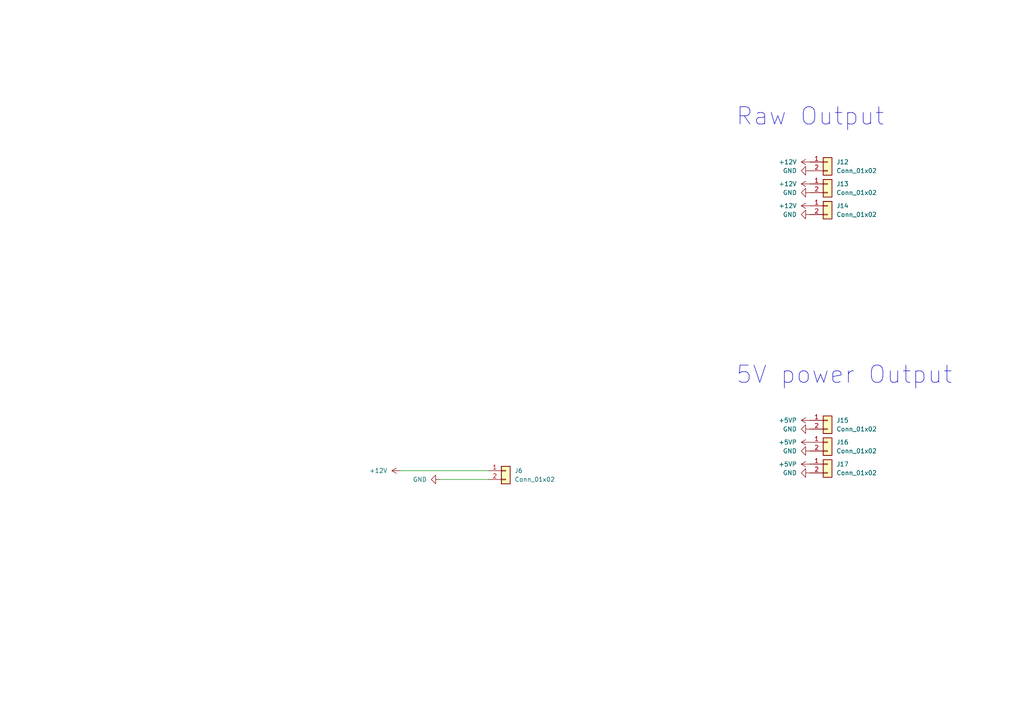
<source format=kicad_sch>
(kicad_sch (version 20230121) (generator eeschema)
  (paper "A4")
  (lib_symbols
    (symbol "Connector_Generic:Conn_01x02" (pin_names (offset 1.016) hide)
      (property "Reference" "J" (at 0 2.54 0))
      (property "Value" "Conn_01x02" (at 0 -5.08 0))
      (symbol "Conn_01x02_1_1"
        (rectangle (start -1.27 -2.413) (end 0 -2.667) (stroke (width 0.1524)))
        (rectangle (start -1.27 0.127) (end 0 -0.127) (stroke (width 0.1524)))
        (rectangle (start -1.27 1.27) (end 1.27 -3.81) (stroke (width 0.254)) (fill (type background)))
        (pin passive line (at -5.08 0 0) (length 3.81) (name "Pin_1") (number "1"))
        (pin passive line (at -5.08 -2.54 0) (length 3.81) (name "Pin_2") (number "2"))
      )
    )
    (symbol "power:+12V" (power) (pin_names (offset 0))
      (property "Value" "+12V" (at 0 3.556 0))
      (symbol "+12V_0_1"
        (polyline (pts (xy -0.762 1.27) (xy 0 2.54)))
        (polyline (pts (xy 0 0) (xy 0 2.54)))
        (polyline (pts (xy 0 2.54) (xy 0.762 1.27)))
      )
      (symbol "+12V_1_1"
        (pin power_in line (at 0 0 90) (length 0) hide (name "+12V") (number "1"))
      )
    )
    (symbol "power:+5VP" (power) (pin_names (offset 0))
      (property "Value" "+5VP" (at 0 3.556 0))
      (symbol "+5VP_0_1"
        (polyline (pts (xy -0.762 1.27) (xy 0 2.54)))
        (polyline (pts (xy 0 0) (xy 0 2.54)))
        (polyline (pts (xy 0 2.54) (xy 0.762 1.27)))
      )
      (symbol "+5VP_1_1"
        (pin power_in line (at 0 0 90) (length 0) hide (name "+5VP") (number "1"))
      )
    )
    (symbol "power:GND" (power) (pin_names (offset 0))
      (property "Value" "GND" (at 0 -3.81 0))
      (symbol "GND_0_1"
        (polyline (pts (xy 0 0) (xy 0 -1.27) (xy 1.27 -1.27) (xy 0 -2.54) (xy -1.27 -1.27) (xy 0 -1.27)))
      )
      (symbol "GND_1_1"
        (pin power_in line (at 0 0 270) (length 0) hide (name "GND") (number "1"))
      )
    )
  )
  (wire (pts (xy 127.635 139.065) (xy 141.605 139.065)))
  (wire (pts (xy 116.205 136.525) (xy 141.605 136.525)))
  (text "5V power Output" (at 213.36 111.76 0) (effects (font (size 5 5)) (justify left bottom)))
  (text "Raw Output" (at 213.36 36.83 0) (effects (font (size 5 5)) (justify left bottom)))
  (symbol (lib_id "power:+12V") (at 234.95 59.69 90) (unit 1)
    (property "Reference" "#PWR035" (effects hide))
    (property "Value" "+12V" (at 231.14 59.69 90) (effects (justify left)))
  )
  (symbol (lib_id "power:GND") (at 234.95 49.53 270) (unit 1)
    (property "Reference" "#PWR037" (effects hide))
    (property "Value" "GND" (at 231.14 49.53 90) (effects (justify right)))
    (instances (project "MainboardV3" (path "" (reference "#PWR037") (unit 1)) (path "" (reference "#PWR028") (unit 1))))
  )
  (symbol (lib_id "Connector_Generic:Conn_01x02") (at 240.03 128.27 0) (unit 1)
    (property "Reference" "J16" (at 242.57 128.27 0) (effects (justify left)))
    (property "Value" "Conn_01x02" (at 242.57 130.81 0) (effects (justify left)))
    (property "Footprint" "Connector_Molex:Molex_KK-254_AE-6410-02A_1x02_P2.54mm_Vertical" (effects hide))
  )
  (symbol (lib_id "power:+12V") (at 116.205 136.525 90) (unit 1)
    (property "Reference" "#PWR025" (effects hide))
    (property "Value" "+12V" (at 112.395 136.525 90) (effects (justify left)))
  )
  (symbol (lib_id "power:GND") (at 234.95 124.46 270) (unit 1)
    (property "Reference" "#PWR037" (effects hide))
    (property "Value" "GND" (at 231.14 124.46 90) (effects (justify right)))
    (instances (project "MainboardV3" (path "" (reference "#PWR037") (unit 1)) (path "" (reference "#PWR051") (unit 1))))
  )
  (symbol (lib_id "power:GND") (at 234.95 62.23 270) (unit 1)
    (property "Reference" "#PWR037" (effects hide))
    (property "Value" "GND" (at 231.14 62.23 90) (effects (justify right)))
    (instances (project "MainboardV3" (path "" (reference "#PWR037") (unit 1)) (path "" (reference "#PWR049") (unit 1))))
  )
  (symbol (lib_id "power:+5VP") (at 234.95 128.27 90) (unit 1)
    (property "Reference" "#PWR052" (effects hide))
    (property "Value" "+5VP" (at 231.14 128.27 90) (effects (justify left)))
  )
  (symbol (lib_id "power:+12V") (at 234.95 46.99 90) (unit 1)
    (property "Reference" "#PWR029" (effects hide))
    (property "Value" "+12V" (at 231.14 46.99 90) (effects (justify left)))
  )
  (symbol (lib_id "Connector_Generic:Conn_01x02") (at 146.685 136.525 0) (unit 1)
    (property "Reference" "J6" (at 149.225 136.525 0) (effects (justify left)))
    (property "Value" "Conn_01x02" (at 149.225 139.065 0) (effects (justify left)))
    (property "Footprint" "Connector_AMASS:AMASS_XT60-M_1x02_P7.20mm_Vertical" (effects hide))
  )
  (symbol (lib_id "power:+12V") (at 234.95 53.34 90) (unit 1)
    (property "Reference" "#PWR030" (effects hide))
    (property "Value" "+12V" (at 231.14 53.34 90) (effects (justify left)))
  )
  (symbol (lib_id "Connector_Generic:Conn_01x02") (at 240.03 134.62 0) (unit 1)
    (property "Reference" "J17" (at 242.57 134.62 0) (effects (justify left)))
    (property "Value" "Conn_01x02" (at 242.57 137.16 0) (effects (justify left)))
    (property "Footprint" "Connector_Molex:Molex_KK-254_AE-6410-02A_1x02_P2.54mm_Vertical" (effects hide))
  )
  (symbol (lib_id "Connector_Generic:Conn_01x02") (at 240.03 46.99 0) (unit 1)
    (property "Reference" "J12" (at 242.57 46.99 0) (effects (justify left)))
    (property "Value" "Conn_01x02" (at 242.57 49.53 0) (effects (justify left)))
    (property "Footprint" "Connector_Molex:Molex_KK-254_AE-6410-02A_1x02_P2.54mm_Vertical" (effects hide))
  )
  (symbol (lib_id "Connector_Generic:Conn_01x02") (at 240.03 59.69 0) (unit 1)
    (property "Reference" "J14" (at 242.57 59.69 0) (effects (justify left)))
    (property "Value" "Conn_01x02" (at 242.57 62.23 0) (effects (justify left)))
    (property "Footprint" "Connector_Molex:Molex_KK-254_AE-6410-02A_1x02_P2.54mm_Vertical" (effects hide))
  )
  (symbol (lib_id "power:GND") (at 234.95 130.81 270) (unit 1)
    (property "Reference" "#PWR037" (effects hide))
    (property "Value" "GND" (at 231.14 130.81 90) (effects (justify right)))
    (instances (project "MainboardV3" (path "" (reference "#PWR037") (unit 1)) (path "" (reference "#PWR053") (unit 1))))
  )
  (symbol (lib_id "power:GND") (at 127.635 139.065 270) (unit 1)
    (property "Reference" "#PWR037" (effects hide))
    (property "Value" "GND" (at 123.825 139.065 90) (effects (justify right)))
    (instances (project "MainboardV3" (path "" (reference "#PWR037") (unit 1)) (path "" (reference "#PWR042") (unit 1))))
  )
  (symbol (lib_id "Connector_Generic:Conn_01x02") (at 240.03 53.34 0) (unit 1)
    (property "Reference" "J13" (at 242.57 53.34 0) (effects (justify left)))
    (property "Value" "Conn_01x02" (at 242.57 55.88 0) (effects (justify left)))
    (property "Footprint" "Connector_Molex:Molex_KK-254_AE-6410-02A_1x02_P2.54mm_Vertical" (effects hide))
  )
  (symbol (lib_id "power:GND") (at 234.95 137.16 270) (unit 1)
    (property "Reference" "#PWR037" (effects hide))
    (property "Value" "GND" (at 231.14 137.16 90) (effects (justify right)))
    (instances (project "MainboardV3" (path "" (reference "#PWR037") (unit 1)) (path "" (reference "#PWR055") (unit 1))))
  )
  (symbol (lib_id "power:+5VP") (at 234.95 121.92 90) (unit 1)
    (property "Reference" "#PWR050" (effects hide))
    (property "Value" "+5VP" (at 231.14 121.92 90) (effects (justify left)))
  )
  (symbol (lib_id "power:GND") (at 234.95 55.88 270) (unit 1)
    (property "Reference" "#PWR037" (effects hide))
    (property "Value" "GND" (at 231.14 55.88 90) (effects (justify right)))
    (instances (project "MainboardV3" (path "" (reference "#PWR037") (unit 1)) (path "" (reference "#PWR031") (unit 1))))
  )
  (symbol (lib_id "Connector_Generic:Conn_01x02") (at 240.03 121.92 0) (unit 1)
    (property "Reference" "J15" (at 242.57 121.92 0) (effects (justify left)))
    (property "Value" "Conn_01x02" (at 242.57 124.46 0) (effects (justify left)))
    (property "Footprint" "Connector_Molex:Molex_KK-254_AE-6410-02A_1x02_P2.54mm_Vertical" (effects hide))
  )
  (symbol (lib_id "power:+5VP") (at 234.95 134.62 90) (unit 1)
    (property "Reference" "#PWR054" (effects hide))
    (property "Value" "+5VP" (at 231.14 134.62 90) (effects (justify left)))
  )
)
</source>
